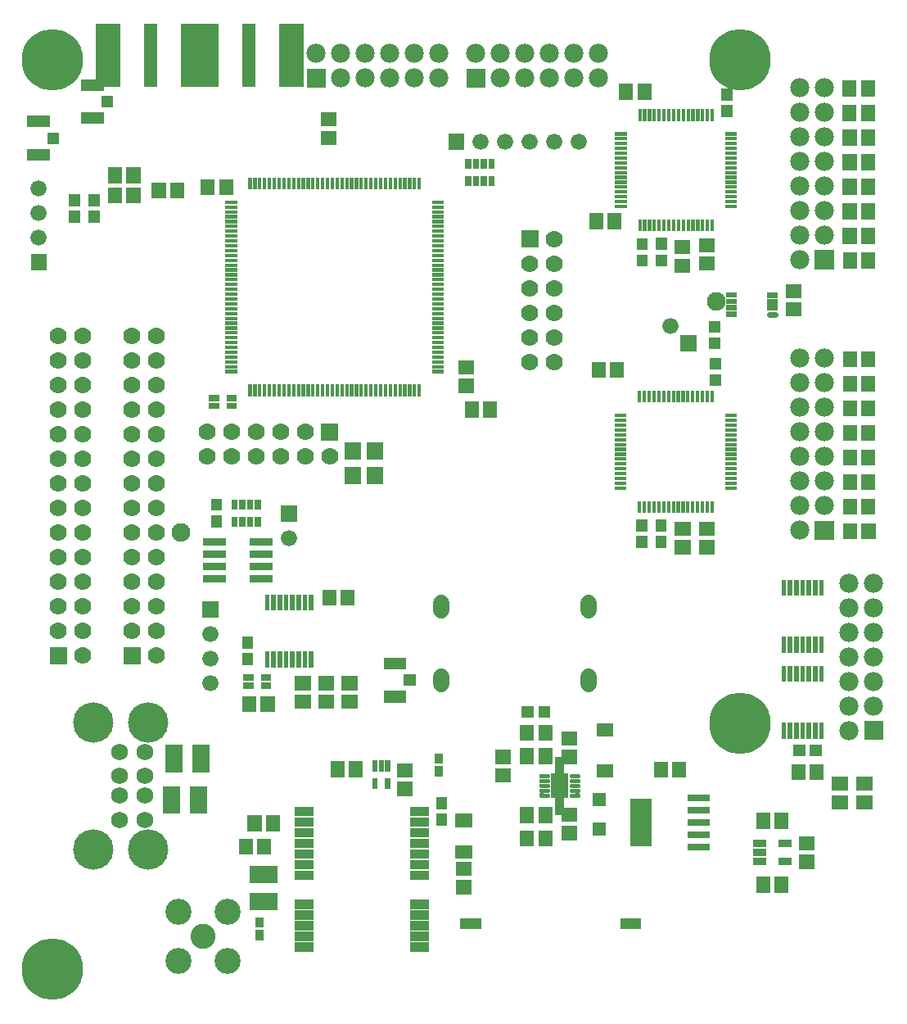
<source format=gbr>
G04 start of page 5 for group -4063 idx -4063 *
G04 Title: (unknown), componentmask *
G04 Creator: pcb 20091103 *
G04 CreationDate: Mon 12 Dec 2011 01:01:08 AM GMT UTC *
G04 For: haunma *
G04 Format: Gerber/RS-274X *
G04 PCB-Dimensions: 360000 400000 *
G04 PCB-Coordinate-Origin: lower left *
%MOIN*%
%FSLAX25Y25*%
%LNFRONTMASK*%
%ADD11C,0.0200*%
%ADD15C,0.0700*%
%ADD19C,0.0160*%
%ADD33C,0.0220*%
%ADD42C,0.0250*%
%ADD47C,0.0680*%
%ADD79C,0.0660*%
%ADD81C,0.0780*%
%ADD86C,0.0760*%
%ADD87C,0.2500*%
%ADD88C,0.1640*%
%ADD89C,0.1020*%
%ADD90C,0.1060*%
%ADD91R,0.0572X0.0572*%
%ADD92R,0.0214X0.0214*%
%ADD93R,0.0336X0.0336*%
%ADD94R,0.0375X0.0375*%
%ADD95R,0.0454X0.0454*%
%ADD96R,0.0651X0.0651*%
%ADD97R,0.0454X0.0454*%
%ADD98R,0.0473X0.0473*%
%ADD99R,0.0560X0.0560*%
%ADD100R,0.0710X0.0710*%
%ADD101R,0.0367X0.0367*%
%ADD102R,0.0532X0.0532*%
%ADD103R,0.0891X0.0891*%
%ADD104R,0.0261X0.0261*%
%ADD105R,0.0190X0.0190*%
%ADD106R,0.0300X0.0300*%
%ADD107R,0.0257X0.0257*%
%ADD108R,0.0140X0.0140*%
%ADD109R,0.1010X0.1010*%
%ADD110R,0.0690X0.0690*%
%ADD111R,0.0220X0.0220*%
G54D11*G36*
X325500Y197400D02*Y189600D01*
X333300D01*
Y197400D01*
X325500D01*
G37*
G54D81*X319400Y193500D03*
X329400Y203500D03*
X319400D03*
X329400Y213500D03*
X319400D03*
X329400Y223500D03*
Y233500D03*
Y243500D03*
Y253500D03*
Y263500D03*
G54D11*G36*
X325500Y307500D02*Y299700D01*
X333300D01*
Y307500D01*
X325500D01*
G37*
G54D81*X319400Y223500D03*
Y233500D03*
Y243500D03*
Y253500D03*
Y263500D03*
G54D86*X285200Y286600D03*
G54D81*X319400Y303600D03*
X329400Y313600D03*
X319400D03*
Y323600D03*
Y333600D03*
X329400Y323600D03*
Y333600D03*
Y343600D03*
Y353600D03*
Y363600D03*
Y373600D03*
X319400Y343600D03*
Y353600D03*
Y363600D03*
Y373600D03*
G54D79*X233500Y162500D03*
Y132500D03*
G54D11*G36*
X345600Y115900D02*Y108100D01*
X353400D01*
Y115900D01*
X345600D01*
G37*
G54D81*X349500Y122000D03*
Y132000D03*
X339500Y112000D03*
Y122000D03*
Y132000D03*
Y142000D03*
Y152000D03*
Y162000D03*
X349500Y142000D03*
Y152000D03*
Y162000D03*
Y172000D03*
X339500D03*
G54D87*X295000Y115000D03*
G54D15*X17500Y192500D03*
Y202500D03*
Y212500D03*
X27500Y192500D03*
Y202500D03*
Y212500D03*
Y222500D03*
Y232500D03*
Y242500D03*
X17500Y162500D03*
X27500D03*
X17500Y172500D03*
X27500D03*
G54D11*G36*
X14000Y146000D02*Y139000D01*
X21000D01*
Y146000D01*
X14000D01*
G37*
G54D15*X27500Y142500D03*
X17500Y152500D03*
X27500D03*
X17500Y182500D03*
X27500D03*
G54D86*X67500Y192500D03*
G54D15*X27500Y262500D03*
Y272500D03*
X47500D03*
X17500Y222500D03*
Y232500D03*
Y242500D03*
Y252500D03*
X27500D03*
X47500D03*
X57500D03*
X17500Y262500D03*
Y272500D03*
X57500Y222500D03*
X47500Y232500D03*
X57500D03*
X47500Y242500D03*
X57500D03*
X47500Y262500D03*
X57500D03*
Y272500D03*
G54D11*G36*
X183600Y381400D02*Y373600D01*
X191400D01*
Y381400D01*
X183600D01*
G37*
G54D81*X187500Y387500D03*
X197500Y377500D03*
Y387500D03*
X207500D03*
X217500D03*
X227500D03*
X237500D03*
X207500Y377500D03*
X217500D03*
X227500D03*
X237500D03*
G54D87*X295000Y385000D03*
G54D11*G36*
X176200Y354800D02*Y348200D01*
X182800D01*
Y354800D01*
X176200D01*
G37*
G54D79*X189500Y351500D03*
X199500D03*
X209500D03*
X219500D03*
X229500D03*
G54D11*G36*
X108038Y203489D02*Y196889D01*
X114638D01*
Y203489D01*
X108038D01*
G37*
G54D79*X111338Y190189D03*
G54D15*X107900Y233500D03*
Y223500D03*
X97900Y233500D03*
X87900D03*
X97900Y223500D03*
X87900D03*
G54D11*G36*
X76038Y164489D02*Y157889D01*
X82638D01*
Y164489D01*
X76038D01*
G37*
G54D79*X79338Y151189D03*
Y141189D03*
Y131189D03*
G54D11*G36*
X44000Y146000D02*Y139000D01*
X51000D01*
Y146000D01*
X44000D01*
G37*
G54D15*X57500Y142500D03*
X47500Y152500D03*
X57500D03*
X47500Y162500D03*
Y172500D03*
Y182500D03*
X57500Y162500D03*
Y172500D03*
Y182500D03*
Y192500D03*
Y202500D03*
Y212500D03*
X47500Y192500D03*
Y202500D03*
Y212500D03*
Y222500D03*
G54D87*X15000Y385000D03*
G54D11*G36*
X118600Y381400D02*Y373600D01*
X126400D01*
Y381400D01*
X118600D01*
G37*
G54D81*X122500Y387500D03*
X132500Y377500D03*
Y387500D03*
X142500Y377500D03*
Y387500D03*
X152500Y377500D03*
Y387500D03*
X162500Y377500D03*
X172500D03*
X162500Y387500D03*
X172500D03*
G54D15*X77900Y233500D03*
Y223500D03*
G54D11*G36*
X6200Y305800D02*Y299200D01*
X12800D01*
Y305800D01*
X6200D01*
G37*
G54D79*X9500Y312500D03*
Y322500D03*
Y332500D03*
G54D11*G36*
X206000Y315500D02*Y308500D01*
X213000D01*
Y315500D01*
X206000D01*
G37*
G54D15*X219500Y312000D03*
X209500Y302000D03*
X219500D03*
X209500Y292000D03*
X219500D03*
X209500Y282000D03*
X219500D03*
X209500Y262000D03*
X219500D03*
G54D11*G36*
X270600Y272800D02*Y266200D01*
X277200D01*
Y272800D01*
X270600D01*
G37*
G54D79*X266828Y276571D03*
G54D15*X209500Y272000D03*
X219500D03*
G54D79*X173500Y162500D03*
Y132500D03*
G54D47*X42343Y93437D03*
G54D42*X219564Y92500D03*
X223500D03*
Y86596D03*
X219564D03*
X221532Y89548D03*
G54D11*G36*
X124400Y237000D02*Y230000D01*
X131400D01*
Y237000D01*
X124400D01*
G37*
G54D15*X127900Y223500D03*
X117900Y233500D03*
Y223500D03*
G54D47*X52657Y103280D03*
Y93437D03*
Y85563D03*
Y75720D03*
G54D88*X54035Y63634D03*
G54D47*X42343Y103280D03*
G54D88*X31673Y115366D03*
X54035D03*
G54D47*X42343Y85563D03*
Y75720D03*
G54D88*X31673Y63634D03*
G54D89*X76300Y28300D03*
G54D90*X66300Y38300D03*
Y18300D03*
X86300Y38300D03*
Y18300D03*
G54D87*X15000Y15000D03*
G54D91*X131060Y96693D02*Y95907D01*
X138540Y96693D02*Y95907D01*
X158107Y88260D02*X158893D01*
X158107Y95740D02*X158893D01*
G54D92*X146441Y91658D02*Y89256D01*
X151559Y91658D02*Y89256D01*
Y98744D02*Y96342D01*
G54D93*X172500Y100952D02*Y100165D01*
Y95835D02*Y95048D01*
G54D92*X149000Y98744D02*Y96342D01*
X146441Y98744D02*Y96342D01*
G54D94*X162654Y70398D02*X166591D01*
X162654Y74728D02*X166591D01*
X162654Y79059D02*X166591D01*
G54D95*X173500Y75851D02*Y75457D01*
Y82543D02*Y82149D01*
G54D96*X146428Y215976D02*Y215582D01*
Y225818D02*Y225424D01*
X137372Y225818D02*Y225424D01*
Y215976D02*Y215582D01*
G54D91*X185760Y242893D02*Y242107D01*
X193240Y242893D02*Y242107D01*
X126107Y123760D02*X126893D01*
X126107Y131240D02*X126893D01*
G54D97*X160406Y132500D02*X160602D01*
G54D98*X152236Y125709D02*X156764D01*
G54D91*X135607Y131240D02*X136393D01*
X135607Y123760D02*X136393D01*
G54D98*X152236Y139291D02*X156764D01*
G54D91*X127838Y166475D02*Y165689D01*
X135318Y166475D02*Y165689D01*
G54D79*X173500Y164000D02*Y161000D01*
Y134000D02*Y131000D01*
G54D91*X208260Y111393D02*Y110607D01*
G54D95*X208457Y119500D02*X208851D01*
G54D91*X215740Y111393D02*Y110607D01*
Y101893D02*Y101107D01*
X225107Y108740D02*X225893D01*
X225107Y101260D02*X225893D01*
G54D95*X215149Y119500D02*X215543D01*
G54D91*X208260Y101893D02*Y101107D01*
X198107Y93760D02*X198893D01*
X198107Y101240D02*X198893D01*
G54D19*X214132Y93485D02*X216847D01*
G54D11*G36*
X213332Y94285D02*Y92685D01*
X214932D01*
Y94285D01*
X213332D01*
G37*
G54D19*X214132Y91516D02*X216847D01*
G54D11*G36*
X213332Y92316D02*Y90716D01*
X214932D01*
Y92316D01*
X213332D01*
G37*
G54D91*X225107Y70260D02*X225893D01*
X225107Y77740D02*X225893D01*
X208260Y77893D02*Y77107D01*
X215740Y77893D02*Y77107D01*
G54D19*X214132Y85611D02*X216847D01*
G54D11*G36*
X213332Y86411D02*Y84811D01*
X214932D01*
Y86411D01*
X213332D01*
G37*
G54D99*X181900Y75450D02*X183100D01*
G54D19*X214132Y89548D02*X216847D01*
G54D11*G36*
X213332Y90348D02*Y88748D01*
X214932D01*
Y90348D01*
X213332D01*
G37*
G54D19*X214132Y87580D02*X216847D01*
G54D11*G36*
X213332Y88380D02*Y86780D01*
X214932D01*
Y88380D01*
X213332D01*
G37*
G54D19*X226217Y85611D02*X228932D01*
G54D11*G36*
X228132Y86411D02*Y84811D01*
X229732D01*
Y86411D01*
X228132D01*
G37*
G54D19*X226217Y87580D02*X228932D01*
G54D11*G36*
X228132Y88380D02*Y86780D01*
X229732D01*
Y88380D01*
X228132D01*
G37*
G54D19*X226217Y89548D02*X228932D01*
G54D11*G36*
X228132Y90348D02*Y88748D01*
X229732D01*
Y90348D01*
X228132D01*
G37*
G54D19*X226217Y91516D02*X228932D01*
G54D11*G36*
X228132Y92316D02*Y90716D01*
X229732D01*
Y92316D01*
X228132D01*
G37*
G54D19*X226217Y93485D02*X228932D01*
G54D11*G36*
X228132Y94285D02*Y92685D01*
X229732D01*
Y94285D01*
X228132D01*
G37*
G54D100*X221532Y91024D02*Y88072D01*
G54D101*Y99548D02*Y79548D01*
G54D79*X233500Y164000D02*Y161000D01*
Y134000D02*Y131000D01*
G54D91*X270240Y96393D02*Y95607D01*
X262760Y96393D02*Y95607D01*
G54D102*X239212Y95435D02*X240788D01*
X239212Y112365D02*X240788D01*
G54D11*G36*
X234938Y86468D02*Y81144D01*
X240262D01*
Y86468D01*
X234938D01*
G37*
G36*
Y74656D02*Y69332D01*
X240262D01*
Y74656D01*
X234938D01*
G37*
G54D103*X254689Y79638D02*Y69362D01*
G54D95*X248555Y33398D02*X252492D01*
G54D104*X275162Y64500D02*X281460D01*
X275162Y69500D02*X281460D01*
X275162Y74500D02*X281460D01*
X275162Y79500D02*X281460D01*
X275162Y84500D02*X281460D01*
G54D105*X312823Y149189D02*Y144583D01*
X315382Y149189D02*Y144583D01*
X317941Y149189D02*Y144583D01*
X320500Y149189D02*Y144583D01*
X325618Y137417D02*Y132811D01*
X323059Y137417D02*Y132811D01*
Y149189D02*Y144583D01*
X325618Y149189D02*Y144583D01*
X328177Y137417D02*Y132811D01*
Y149189D02*Y144583D01*
Y172417D02*Y167811D01*
X320500Y137417D02*Y132811D01*
X317941Y137417D02*Y132811D01*
X315382Y137417D02*Y132811D01*
X312823Y137417D02*Y132811D01*
X325618Y172417D02*Y167811D01*
G54D91*X347340Y193493D02*Y192707D01*
X339860Y193493D02*Y192707D01*
G54D105*X323059Y172417D02*Y167811D01*
X320500Y172417D02*Y167811D01*
X317941Y172417D02*Y167811D01*
X315382Y172417D02*Y167811D01*
X312823Y172417D02*Y167811D01*
G54D91*X345307Y90340D02*X346093D01*
X345307Y82860D02*X346093D01*
X335307Y90340D02*X336093D01*
X335307Y82860D02*X336093D01*
X326240Y95393D02*Y94607D01*
X304520Y75686D02*Y74900D01*
X312000Y75686D02*Y74900D01*
X321867Y66033D02*X322653D01*
G54D106*X301910Y65993D02*X304310D01*
X301910Y62293D02*X304310D01*
X301910Y58593D02*X304310D01*
X312210D02*X314610D01*
X312210Y65993D02*X314610D01*
G54D91*X321867Y58553D02*X322653D01*
X312000Y49686D02*Y48900D01*
X304520Y49686D02*Y48900D01*
X318760Y95393D02*Y94607D01*
G54D95*X318957Y104000D02*X319351D01*
G54D105*X312823Y114189D02*Y109583D01*
X315382Y114189D02*Y109583D01*
X317941Y114189D02*Y109583D01*
X328177Y114189D02*Y109583D01*
X320500Y114189D02*Y109583D01*
G54D95*X325649Y104000D02*X326043D01*
G54D105*X323059Y114189D02*Y109583D01*
X325618Y114189D02*Y109583D01*
G54D107*X184376Y336345D02*Y334770D01*
X187526Y336345D02*Y334770D01*
X190674Y336345D02*Y334770D01*
X193824Y336345D02*Y334770D01*
Y343430D02*Y341855D01*
X190674Y343430D02*Y341855D01*
X187526Y343430D02*Y341855D01*
X184376Y343430D02*Y341855D01*
G54D91*X208260Y68393D02*Y67607D01*
X215740Y68393D02*Y67607D01*
X182107Y48260D02*X182893D01*
X182107Y55740D02*X182893D01*
G54D95*X183398Y33398D02*X187335D01*
G54D99*X181900Y62550D02*X183100D01*
G54D108*X170421Y258052D02*X173819D01*
X170421Y260020D02*X173819D01*
X170421Y261989D02*X173819D01*
X170421Y263957D02*X173819D01*
X170421Y265926D02*X173819D01*
X170421Y267894D02*X173819D01*
X170421Y269863D02*X173819D01*
G54D91*X183107Y259740D02*X183893D01*
X183107Y252260D02*X183893D01*
G54D108*X170421Y271831D02*X173819D01*
X170421Y273800D02*X173819D01*
X170421Y275768D02*X173819D01*
X170421Y277737D02*X173819D01*
X170421Y279705D02*X173819D01*
X170421Y281674D02*X173819D01*
X170421Y283642D02*X173819D01*
X170421Y285611D02*X173819D01*
G54D94*X162654Y32602D02*X166591D01*
X162654Y36933D02*X166591D01*
X162654Y41264D02*X166591D01*
X162654Y53075D02*X166591D01*
X162654Y57406D02*X166591D01*
X162654Y61736D02*X166591D01*
X162654Y66067D02*X166591D01*
G54D108*X170421Y287579D02*X173819D01*
X170421Y289548D02*X173819D01*
X170421Y291516D02*X173819D01*
X170421Y293485D02*X173819D01*
X170421Y295453D02*X173819D01*
X170421Y297422D02*X173819D01*
X170421Y299390D02*X173819D01*
X170421Y301359D02*X173819D01*
X170421Y303327D02*X173819D01*
X170421Y305296D02*X173819D01*
X170421Y307264D02*X173819D01*
X170421Y309233D02*X173819D01*
X170421Y311201D02*X173819D01*
X170421Y313170D02*X173819D01*
X170421Y315138D02*X173819D01*
X170421Y317107D02*X173819D01*
X170421Y319075D02*X173819D01*
X170421Y321044D02*X173819D01*
X170421Y323012D02*X173819D01*
X170421Y324981D02*X173819D01*
X170421Y326949D02*X173819D01*
G54D91*X271307Y194040D02*X272093D01*
X281207D02*X281993D01*
X281207Y186560D02*X281993D01*
G54D108*X269885Y204664D02*Y201266D01*
X271853Y204664D02*Y201266D01*
X273822Y204664D02*Y201266D01*
X275790Y204664D02*Y201266D01*
X277759Y204664D02*Y201266D01*
X279727Y204664D02*Y201266D01*
X281696Y204664D02*Y201266D01*
X283664Y204664D02*Y201266D01*
X244766Y232289D02*X248164D01*
X244766Y230321D02*X248164D01*
X244766Y228352D02*X248164D01*
X244766Y226384D02*X248164D01*
X244766Y224415D02*X248164D01*
X244766Y222447D02*X248164D01*
X244766Y220478D02*X248164D01*
X244766Y218510D02*X248164D01*
X244766Y216541D02*X248164D01*
X244766Y214573D02*X248164D01*
X244766Y212604D02*X248164D01*
X244766Y210636D02*X248164D01*
X267915Y249534D02*Y246136D01*
X265947Y249534D02*Y246136D01*
X263978Y249534D02*Y246136D01*
X262010Y249534D02*Y246136D01*
X260041Y249534D02*Y246136D01*
X258073Y249534D02*Y246136D01*
X256104Y249534D02*Y246136D01*
X254136Y249534D02*Y246136D01*
X244766Y240163D02*X248164D01*
X244766Y238195D02*X248164D01*
X244766Y236226D02*X248164D01*
X244766Y234258D02*X248164D01*
G54D95*X255176Y310129D02*Y309735D01*
Y303437D02*Y303043D01*
G54D91*X271307Y186560D02*X272093D01*
G54D95*X255100Y195543D02*Y195149D01*
Y188851D02*Y188457D01*
X262893Y195503D02*Y195109D01*
Y188811D02*Y188417D01*
G54D108*X254137Y204664D02*Y201266D01*
X256105Y204664D02*Y201266D01*
X258074Y204664D02*Y201266D01*
X260042Y204664D02*Y201266D01*
X262011Y204664D02*Y201266D01*
X263979Y204664D02*Y201266D01*
X265948Y204664D02*Y201266D01*
X267916Y204664D02*Y201266D01*
X289636Y210637D02*X293034D01*
X289636Y212605D02*X293034D01*
X289636Y214574D02*X293034D01*
X289636Y216542D02*X293034D01*
X289636Y218511D02*X293034D01*
X289636Y220479D02*X293034D01*
X289636Y222448D02*X293034D01*
X289636Y224416D02*X293034D01*
X289636Y226385D02*X293034D01*
X289636Y228353D02*X293034D01*
X289636Y230322D02*X293034D01*
X289636Y232290D02*X293034D01*
X289636Y234259D02*X293034D01*
X289636Y236227D02*X293034D01*
X289636Y238196D02*X293034D01*
X289636Y240164D02*X293034D01*
X138858Y336319D02*Y332921D01*
X136889Y336319D02*Y332921D01*
X134921Y336319D02*Y332921D01*
X132952Y336319D02*Y332921D01*
G54D91*X127207Y353160D02*X127993D01*
G54D108*X130984Y336319D02*Y332921D01*
X129015Y336319D02*Y332921D01*
X127047Y336319D02*Y332921D01*
X125078Y336319D02*Y332921D01*
X123110Y336319D02*Y332921D01*
X121141Y336319D02*Y332921D01*
X119173Y336319D02*Y332921D01*
G54D109*X37750Y394450D02*Y378950D01*
G54D99*X55000Y396700D02*Y376700D01*
G54D109*X72250Y394450D02*Y378950D01*
X77750Y394450D02*Y378950D01*
G54D97*X15206Y353000D02*X15402D01*
G54D95*X24000Y327943D02*Y327549D01*
Y321251D02*Y320857D01*
G54D98*X7036Y359791D02*X11564D01*
X7036Y346209D02*X11564D01*
G54D97*X37206Y367900D02*X37402D01*
G54D98*X29036Y374691D02*X33564D01*
X29036Y361109D02*X33564D01*
G54D108*X164448Y336319D02*Y332921D01*
X162480Y336319D02*Y332921D01*
X160511Y336319D02*Y332921D01*
X158543Y336319D02*Y332921D01*
X156574Y336319D02*Y332921D01*
X154606Y336319D02*Y332921D01*
X152637Y336319D02*Y332921D01*
X150669Y336319D02*Y332921D01*
X148700Y336319D02*Y332921D01*
X146732Y336319D02*Y332921D01*
X144763Y336319D02*Y332921D01*
X142795Y336319D02*Y332921D01*
X140826Y336319D02*Y332921D01*
G54D91*X127207Y360640D02*X127993D01*
G54D99*X95000Y396700D02*Y376700D01*
G54D109*X112250Y394450D02*Y378950D01*
G54D108*X86181Y311200D02*X89579D01*
X117204Y336319D02*Y332921D01*
X115236Y336319D02*Y332921D01*
X113267Y336319D02*Y332921D01*
X111299Y336319D02*Y332921D01*
X109330Y336319D02*Y332921D01*
X107362Y336319D02*Y332921D01*
X105393Y336319D02*Y332921D01*
X103425Y336319D02*Y332921D01*
X101456Y336319D02*Y332921D01*
X99488Y336319D02*Y332921D01*
X97519Y336319D02*Y332921D01*
X95551Y336319D02*Y332921D01*
X158544Y252079D02*Y248681D01*
X160512Y252079D02*Y248681D01*
X162481Y252079D02*Y248681D01*
X148701Y252079D02*Y248681D01*
X150670Y252079D02*Y248681D01*
X152638Y252079D02*Y248681D01*
X154607Y252079D02*Y248681D01*
X156575Y252079D02*Y248681D01*
X164449Y252079D02*Y248681D01*
X86181Y261988D02*X89579D01*
X86181Y260019D02*X89579D01*
X86181Y258051D02*X89579D01*
G54D107*X80070Y247174D02*X81645D01*
X87155D02*X88730D01*
X80070Y244026D02*X81645D01*
X87155D02*X88730D01*
G54D108*X95552Y252079D02*Y248681D01*
X97520Y252079D02*Y248681D01*
X99489Y252079D02*Y248681D01*
X101457Y252079D02*Y248681D01*
X103426Y252079D02*Y248681D01*
X105394Y252079D02*Y248681D01*
X107363Y252079D02*Y248681D01*
X109331Y252079D02*Y248681D01*
X111300Y252079D02*Y248681D01*
X113268Y252079D02*Y248681D01*
X115237Y252079D02*Y248681D01*
X117205Y252079D02*Y248681D01*
X119174Y252079D02*Y248681D01*
X121142Y252079D02*Y248681D01*
X123111Y252079D02*Y248681D01*
X125079Y252079D02*Y248681D01*
X127048Y252079D02*Y248681D01*
X129016Y252079D02*Y248681D01*
X130985Y252079D02*Y248681D01*
X132953Y252079D02*Y248681D01*
X134922Y252079D02*Y248681D01*
X136890Y252079D02*Y248681D01*
X138859Y252079D02*Y248681D01*
X140827Y252079D02*Y248681D01*
X142796Y252079D02*Y248681D01*
X144764Y252079D02*Y248681D01*
X146733Y252079D02*Y248681D01*
G54D91*X65840Y332193D02*Y331407D01*
X58360Y332193D02*Y331407D01*
X48040Y338293D02*Y337507D01*
Y330093D02*Y329307D01*
X40560Y338293D02*Y337507D01*
Y330093D02*Y329307D01*
G54D95*X32000Y327943D02*Y327549D01*
Y321251D02*Y320857D01*
G54D91*X85740Y333393D02*Y332607D01*
X78260Y333393D02*Y332607D01*
G54D108*X86181Y326948D02*X89579D01*
X86181Y324980D02*X89579D01*
X86181Y323011D02*X89579D01*
X86181Y321043D02*X89579D01*
X86181Y319074D02*X89579D01*
X86181Y309232D02*X89579D01*
X86181Y317106D02*X89579D01*
X86181Y315137D02*X89579D01*
X86181Y313169D02*X89579D01*
X86181Y307263D02*X89579D01*
X86181Y305295D02*X89579D01*
X86181Y303326D02*X89579D01*
X86181Y301358D02*X89579D01*
X86181Y299389D02*X89579D01*
X86181Y297421D02*X89579D01*
X86181Y295452D02*X89579D01*
X86181Y293484D02*X89579D01*
X86181Y291515D02*X89579D01*
X86181Y289547D02*X89579D01*
X86181Y287578D02*X89579D01*
X86181Y285610D02*X89579D01*
X86181Y283641D02*X89579D01*
X86181Y281673D02*X89579D01*
X86181Y279704D02*X89579D01*
X86181Y277736D02*X89579D01*
X86181Y275767D02*X89579D01*
X86181Y273799D02*X89579D01*
X86181Y271830D02*X89579D01*
X86181Y269862D02*X89579D01*
X86181Y267893D02*X89579D01*
X86181Y265925D02*X89579D01*
X86181Y263956D02*X89579D01*
G54D107*X89188Y197679D02*Y196104D01*
X92338Y197679D02*Y196104D01*
X95486Y197679D02*Y196104D01*
X98636Y197679D02*Y196104D01*
Y204764D02*Y203189D01*
X95486Y204764D02*Y203189D01*
X92338Y204764D02*Y203189D01*
X89188Y204764D02*Y203189D01*
G54D95*X81838Y197391D02*Y196997D01*
Y204083D02*Y203689D01*
G54D106*X77838Y188689D02*X84138D01*
X77838Y183689D02*X84138D01*
X77838Y178689D02*X84138D01*
X77838Y173689D02*X84138D01*
X96738D02*X103038D01*
X96738Y178689D02*X103038D01*
X96738Y183689D02*X103038D01*
X96738Y188689D02*X103038D01*
G54D105*X102544Y143189D02*Y138583D01*
G54D95*X94500Y148043D02*Y147649D01*
Y141351D02*Y140957D01*
G54D107*X94110Y133481D02*X95685D01*
X94110Y130333D02*X95685D01*
G54D105*X105103Y143189D02*Y138583D01*
G54D107*X101195Y130333D02*X102770D01*
X101195Y133481D02*X102770D01*
G54D105*X115338Y166417D02*Y161811D01*
X112779Y166417D02*Y161811D01*
X110221Y166417D02*Y161811D01*
X107662Y166417D02*Y161811D01*
X105103Y166417D02*Y161811D01*
X102544Y166417D02*Y161811D01*
G54D91*X95200Y123100D02*Y122314D01*
X102680Y123100D02*Y122314D01*
G54D105*X107662Y143189D02*Y138583D01*
X110221Y143189D02*Y138583D01*
X112779Y143189D02*Y138583D01*
X120456Y166417D02*Y161811D01*
X117897Y166417D02*Y161811D01*
X115338Y143189D02*Y138583D01*
X117897Y143189D02*Y138583D01*
X120456Y143189D02*Y138583D01*
G54D91*X116707Y131240D02*X117493D01*
X116707Y123760D02*X117493D01*
G54D110*X75511Y102665D02*Y98335D01*
X64489Y102665D02*Y98335D01*
X74511Y85865D02*Y81535D01*
X63489Y85865D02*Y81535D01*
X98935Y42389D02*X103265D01*
X98935Y53411D02*X103265D01*
G54D93*X99400Y29135D02*Y28348D01*
Y34252D02*Y33465D01*
G54D94*X115409Y41264D02*X119346D01*
X115409Y36933D02*X119346D01*
X115409Y32602D02*X119346D01*
X115409Y28272D02*X119346D01*
X115409Y23941D02*X119346D01*
X162654D02*X166591D01*
X162654Y28272D02*X166591D01*
X115409Y79059D02*X119346D01*
X115409Y74728D02*X119346D01*
X115409Y70398D02*X119346D01*
X115409Y66067D02*X119346D01*
X115409Y61736D02*X119346D01*
X115409Y57406D02*X119346D01*
X115409Y53075D02*X119346D01*
G54D91*X97360Y74693D02*Y73907D01*
X104840Y74693D02*Y73907D01*
X93760Y65093D02*Y64307D01*
X101240Y65093D02*Y64307D01*
X316507Y290840D02*X317293D01*
X316507Y283360D02*X317293D01*
X339800Y253486D02*Y252700D01*
X347280Y253486D02*Y252700D01*
X339740Y263414D02*Y262628D01*
X347220Y263414D02*Y262628D01*
X339820Y233500D02*Y232714D01*
X347300Y233500D02*Y232714D01*
X347280Y223486D02*Y222700D01*
X339800Y223486D02*Y222700D01*
X347300Y213486D02*Y212700D01*
X339820Y213486D02*Y212700D01*
X347300Y203486D02*Y202700D01*
X339820Y203486D02*Y202700D01*
X339800Y243500D02*Y242714D01*
X347280Y243500D02*Y242714D01*
X347194Y333600D02*Y332814D01*
X347200Y353586D02*Y352800D01*
X347180Y343586D02*Y342800D01*
X347200Y323600D02*Y322814D01*
Y313600D02*Y312814D01*
X347260Y303593D02*Y302807D01*
X339714Y333600D02*Y332814D01*
X339720Y353586D02*Y352800D01*
X339700Y343586D02*Y342800D01*
X339720Y323600D02*Y322814D01*
Y313600D02*Y312814D01*
X339780Y303593D02*Y302807D01*
X339660Y363593D02*Y362807D01*
X347140Y363593D02*Y362807D01*
X339620Y373586D02*Y372800D01*
X347100Y373586D02*Y372800D01*
X256140Y372293D02*Y371507D01*
X248660Y372293D02*Y371507D01*
G54D95*X289600Y370843D02*Y370449D01*
G54D108*X279826Y364134D02*Y360736D01*
X277858Y364134D02*Y360736D01*
X275889Y364134D02*Y360736D01*
X273921Y364134D02*Y360736D01*
X271952Y364134D02*Y360736D01*
X269984Y364134D02*Y360736D01*
X268015Y364134D02*Y360736D01*
X266047Y364134D02*Y360736D01*
X264078Y364134D02*Y360736D01*
X262110Y364134D02*Y360736D01*
X260141Y364134D02*Y360736D01*
X258173Y364134D02*Y360736D01*
X256204Y364134D02*Y360736D01*
X254236Y364134D02*Y360736D01*
G54D95*X289600Y364151D02*Y363757D01*
G54D108*X283763Y364134D02*Y360736D01*
X281795Y364134D02*Y360736D01*
G54D91*X281107Y309540D02*X281893D01*
X281107Y302060D02*X281893D01*
G54D108*X283764Y319264D02*Y315866D01*
G54D91*X271207Y308640D02*X271993D01*
X271207Y301160D02*X271993D01*
G54D95*X263000Y310143D02*Y309749D01*
Y303451D02*Y303057D01*
G54D91*X236460Y319593D02*Y318807D01*
X243940Y319593D02*Y318807D01*
G54D108*X244866Y354763D02*X248264D01*
X244866Y352795D02*X248264D01*
X244866Y350826D02*X248264D01*
X244866Y348858D02*X248264D01*
G54D91*X237460Y259093D02*Y258307D01*
X244940Y259093D02*Y258307D01*
G54D108*X244866Y346889D02*X248264D01*
X244866Y344921D02*X248264D01*
X244866Y342952D02*X248264D01*
X244866Y340984D02*X248264D01*
X244866Y339015D02*X248264D01*
X244866Y337047D02*X248264D01*
X244866Y335078D02*X248264D01*
X244866Y333110D02*X248264D01*
X244866Y331141D02*X248264D01*
X244866Y329173D02*X248264D01*
X244866Y327204D02*X248264D01*
X244866Y325236D02*X248264D01*
X254237Y319264D02*Y315866D01*
X256205Y319264D02*Y315866D01*
X258174Y319264D02*Y315866D01*
X260142Y319264D02*Y315866D01*
X262111Y319264D02*Y315866D01*
X264079Y319264D02*Y315866D01*
X266048Y319264D02*Y315866D01*
X268016Y319264D02*Y315866D01*
X269985Y319264D02*Y315866D01*
X271953Y319264D02*Y315866D01*
X273922Y319264D02*Y315866D01*
X275890Y319264D02*Y315866D01*
X277859Y319264D02*Y315866D01*
X279827Y319264D02*Y315866D01*
X281796Y319264D02*Y315866D01*
G54D111*X290400Y286600D02*X292600D01*
G54D108*X289736Y325237D02*X293134D01*
X289736Y327205D02*X293134D01*
X289736Y329174D02*X293134D01*
X289736Y331142D02*X293134D01*
X289736Y333111D02*X293134D01*
X289736Y335079D02*X293134D01*
X289736Y337048D02*X293134D01*
X289736Y339016D02*X293134D01*
X289736Y340985D02*X293134D01*
X289736Y342953D02*X293134D01*
X289736Y344922D02*X293134D01*
X289736Y346890D02*X293134D01*
X289736Y348859D02*X293134D01*
X289736Y350827D02*X293134D01*
X289736Y352796D02*X293134D01*
X289736Y354764D02*X293134D01*
G54D111*X307100Y289100D02*X309300D01*
X290400Y289200D02*X292600D01*
G54D95*X284800Y269751D02*Y269357D01*
Y276443D02*Y276049D01*
G54D33*X307100Y281400D02*X309300D01*
G54D111*X307100Y284000D02*X309300D01*
X307100Y286500D02*X309300D01*
X290400Y284100D02*X292600D01*
X290400Y281500D02*X292600D01*
G54D95*X285100Y254751D02*Y254357D01*
G54D108*X283663Y249534D02*Y246136D01*
G54D95*X285100Y261443D02*Y261049D01*
G54D108*X281695Y249534D02*Y246136D01*
X279726Y249534D02*Y246136D01*
X277758Y249534D02*Y246136D01*
X275789Y249534D02*Y246136D01*
X273821Y249534D02*Y246136D01*
X271852Y249534D02*Y246136D01*
X269884Y249534D02*Y246136D01*
M02*

</source>
